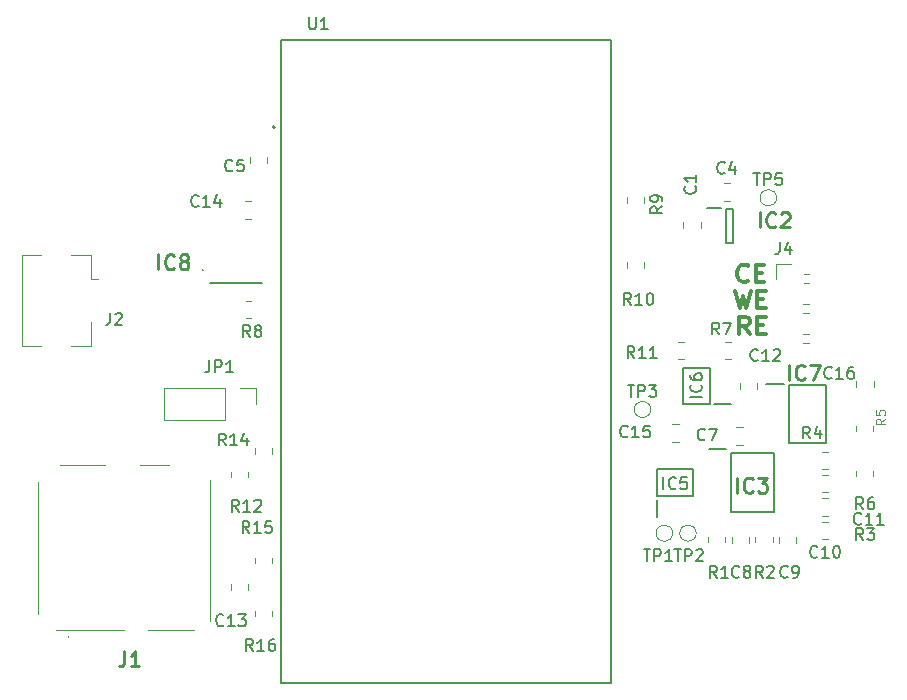
<source format=gbr>
%TF.GenerationSoftware,KiCad,Pcbnew,(7.0.0)*%
%TF.CreationDate,2023-06-14T15:09:39+02:00*%
%TF.ProjectId,PEE50_voltametrie,50454535-305f-4766-9f6c-74616d657472,rev?*%
%TF.SameCoordinates,Original*%
%TF.FileFunction,Legend,Top*%
%TF.FilePolarity,Positive*%
%FSLAX46Y46*%
G04 Gerber Fmt 4.6, Leading zero omitted, Abs format (unit mm)*
G04 Created by KiCad (PCBNEW (7.0.0)) date 2023-06-14 15:09:39*
%MOMM*%
%LPD*%
G01*
G04 APERTURE LIST*
%ADD10C,0.300000*%
%ADD11C,0.200000*%
%ADD12C,0.150000*%
%ADD13C,0.254000*%
%ADD14C,0.100000*%
%ADD15C,0.120000*%
%ADD16C,0.127000*%
G04 APERTURE END LIST*
D10*
X198414285Y-94373571D02*
X197914285Y-93659285D01*
X197557142Y-94373571D02*
X197557142Y-92873571D01*
X197557142Y-92873571D02*
X198128571Y-92873571D01*
X198128571Y-92873571D02*
X198271428Y-92945000D01*
X198271428Y-92945000D02*
X198342857Y-93016428D01*
X198342857Y-93016428D02*
X198414285Y-93159285D01*
X198414285Y-93159285D02*
X198414285Y-93373571D01*
X198414285Y-93373571D02*
X198342857Y-93516428D01*
X198342857Y-93516428D02*
X198271428Y-93587857D01*
X198271428Y-93587857D02*
X198128571Y-93659285D01*
X198128571Y-93659285D02*
X197557142Y-93659285D01*
X199057142Y-93587857D02*
X199557142Y-93587857D01*
X199771428Y-94373571D02*
X199057142Y-94373571D01*
X199057142Y-94373571D02*
X199057142Y-92873571D01*
X199057142Y-92873571D02*
X199771428Y-92873571D01*
X198314285Y-89812714D02*
X198242857Y-89884142D01*
X198242857Y-89884142D02*
X198028571Y-89955571D01*
X198028571Y-89955571D02*
X197885714Y-89955571D01*
X197885714Y-89955571D02*
X197671428Y-89884142D01*
X197671428Y-89884142D02*
X197528571Y-89741285D01*
X197528571Y-89741285D02*
X197457142Y-89598428D01*
X197457142Y-89598428D02*
X197385714Y-89312714D01*
X197385714Y-89312714D02*
X197385714Y-89098428D01*
X197385714Y-89098428D02*
X197457142Y-88812714D01*
X197457142Y-88812714D02*
X197528571Y-88669857D01*
X197528571Y-88669857D02*
X197671428Y-88527000D01*
X197671428Y-88527000D02*
X197885714Y-88455571D01*
X197885714Y-88455571D02*
X198028571Y-88455571D01*
X198028571Y-88455571D02*
X198242857Y-88527000D01*
X198242857Y-88527000D02*
X198314285Y-88598428D01*
X198957142Y-89169857D02*
X199457142Y-89169857D01*
X199671428Y-89955571D02*
X198957142Y-89955571D01*
X198957142Y-89955571D02*
X198957142Y-88455571D01*
X198957142Y-88455571D02*
X199671428Y-88455571D01*
X197214285Y-90673571D02*
X197571428Y-92173571D01*
X197571428Y-92173571D02*
X197857142Y-91102142D01*
X197857142Y-91102142D02*
X198142857Y-92173571D01*
X198142857Y-92173571D02*
X198500000Y-90673571D01*
X199071428Y-91387857D02*
X199571428Y-91387857D01*
X199785714Y-92173571D02*
X199071428Y-92173571D01*
X199071428Y-92173571D02*
X199071428Y-90673571D01*
X199071428Y-90673571D02*
X199785714Y-90673571D01*
D11*
%TO.C,IC6*%
X194367380Y-99676189D02*
X193367380Y-99676189D01*
X194272142Y-98628571D02*
X194319761Y-98676190D01*
X194319761Y-98676190D02*
X194367380Y-98819047D01*
X194367380Y-98819047D02*
X194367380Y-98914285D01*
X194367380Y-98914285D02*
X194319761Y-99057142D01*
X194319761Y-99057142D02*
X194224523Y-99152380D01*
X194224523Y-99152380D02*
X194129285Y-99199999D01*
X194129285Y-99199999D02*
X193938809Y-99247618D01*
X193938809Y-99247618D02*
X193795952Y-99247618D01*
X193795952Y-99247618D02*
X193605476Y-99199999D01*
X193605476Y-99199999D02*
X193510238Y-99152380D01*
X193510238Y-99152380D02*
X193415000Y-99057142D01*
X193415000Y-99057142D02*
X193367380Y-98914285D01*
X193367380Y-98914285D02*
X193367380Y-98819047D01*
X193367380Y-98819047D02*
X193415000Y-98676190D01*
X193415000Y-98676190D02*
X193462619Y-98628571D01*
X193367380Y-97771428D02*
X193367380Y-97961904D01*
X193367380Y-97961904D02*
X193415000Y-98057142D01*
X193415000Y-98057142D02*
X193462619Y-98104761D01*
X193462619Y-98104761D02*
X193605476Y-98199999D01*
X193605476Y-98199999D02*
X193795952Y-98247618D01*
X193795952Y-98247618D02*
X194176904Y-98247618D01*
X194176904Y-98247618D02*
X194272142Y-98199999D01*
X194272142Y-98199999D02*
X194319761Y-98152380D01*
X194319761Y-98152380D02*
X194367380Y-98057142D01*
X194367380Y-98057142D02*
X194367380Y-97866666D01*
X194367380Y-97866666D02*
X194319761Y-97771428D01*
X194319761Y-97771428D02*
X194272142Y-97723809D01*
X194272142Y-97723809D02*
X194176904Y-97676190D01*
X194176904Y-97676190D02*
X193938809Y-97676190D01*
X193938809Y-97676190D02*
X193843571Y-97723809D01*
X193843571Y-97723809D02*
X193795952Y-97771428D01*
X193795952Y-97771428D02*
X193748333Y-97866666D01*
X193748333Y-97866666D02*
X193748333Y-98057142D01*
X193748333Y-98057142D02*
X193795952Y-98152380D01*
X193795952Y-98152380D02*
X193843571Y-98199999D01*
X193843571Y-98199999D02*
X193938809Y-98247618D01*
D12*
%TO.C,C7*%
X194633333Y-103247142D02*
X194585714Y-103294761D01*
X194585714Y-103294761D02*
X194442857Y-103342380D01*
X194442857Y-103342380D02*
X194347619Y-103342380D01*
X194347619Y-103342380D02*
X194204762Y-103294761D01*
X194204762Y-103294761D02*
X194109524Y-103199523D01*
X194109524Y-103199523D02*
X194061905Y-103104285D01*
X194061905Y-103104285D02*
X194014286Y-102913809D01*
X194014286Y-102913809D02*
X194014286Y-102770952D01*
X194014286Y-102770952D02*
X194061905Y-102580476D01*
X194061905Y-102580476D02*
X194109524Y-102485238D01*
X194109524Y-102485238D02*
X194204762Y-102390000D01*
X194204762Y-102390000D02*
X194347619Y-102342380D01*
X194347619Y-102342380D02*
X194442857Y-102342380D01*
X194442857Y-102342380D02*
X194585714Y-102390000D01*
X194585714Y-102390000D02*
X194633333Y-102437619D01*
X194966667Y-102342380D02*
X195633333Y-102342380D01*
X195633333Y-102342380D02*
X195204762Y-103342380D01*
%TO.C,TP5*%
X198738095Y-80719380D02*
X199309523Y-80719380D01*
X199023809Y-81719380D02*
X199023809Y-80719380D01*
X199642857Y-81719380D02*
X199642857Y-80719380D01*
X199642857Y-80719380D02*
X200023809Y-80719380D01*
X200023809Y-80719380D02*
X200119047Y-80767000D01*
X200119047Y-80767000D02*
X200166666Y-80814619D01*
X200166666Y-80814619D02*
X200214285Y-80909857D01*
X200214285Y-80909857D02*
X200214285Y-81052714D01*
X200214285Y-81052714D02*
X200166666Y-81147952D01*
X200166666Y-81147952D02*
X200119047Y-81195571D01*
X200119047Y-81195571D02*
X200023809Y-81243190D01*
X200023809Y-81243190D02*
X199642857Y-81243190D01*
X201119047Y-80719380D02*
X200642857Y-80719380D01*
X200642857Y-80719380D02*
X200595238Y-81195571D01*
X200595238Y-81195571D02*
X200642857Y-81147952D01*
X200642857Y-81147952D02*
X200738095Y-81100333D01*
X200738095Y-81100333D02*
X200976190Y-81100333D01*
X200976190Y-81100333D02*
X201071428Y-81147952D01*
X201071428Y-81147952D02*
X201119047Y-81195571D01*
X201119047Y-81195571D02*
X201166666Y-81290809D01*
X201166666Y-81290809D02*
X201166666Y-81528904D01*
X201166666Y-81528904D02*
X201119047Y-81624142D01*
X201119047Y-81624142D02*
X201071428Y-81671761D01*
X201071428Y-81671761D02*
X200976190Y-81719380D01*
X200976190Y-81719380D02*
X200738095Y-81719380D01*
X200738095Y-81719380D02*
X200642857Y-81671761D01*
X200642857Y-81671761D02*
X200595238Y-81624142D01*
%TO.C,R10*%
X188357142Y-91867380D02*
X188023809Y-91391190D01*
X187785714Y-91867380D02*
X187785714Y-90867380D01*
X187785714Y-90867380D02*
X188166666Y-90867380D01*
X188166666Y-90867380D02*
X188261904Y-90915000D01*
X188261904Y-90915000D02*
X188309523Y-90962619D01*
X188309523Y-90962619D02*
X188357142Y-91057857D01*
X188357142Y-91057857D02*
X188357142Y-91200714D01*
X188357142Y-91200714D02*
X188309523Y-91295952D01*
X188309523Y-91295952D02*
X188261904Y-91343571D01*
X188261904Y-91343571D02*
X188166666Y-91391190D01*
X188166666Y-91391190D02*
X187785714Y-91391190D01*
X189309523Y-91867380D02*
X188738095Y-91867380D01*
X189023809Y-91867380D02*
X189023809Y-90867380D01*
X189023809Y-90867380D02*
X188928571Y-91010238D01*
X188928571Y-91010238D02*
X188833333Y-91105476D01*
X188833333Y-91105476D02*
X188738095Y-91153095D01*
X189928571Y-90867380D02*
X190023809Y-90867380D01*
X190023809Y-90867380D02*
X190119047Y-90915000D01*
X190119047Y-90915000D02*
X190166666Y-90962619D01*
X190166666Y-90962619D02*
X190214285Y-91057857D01*
X190214285Y-91057857D02*
X190261904Y-91248333D01*
X190261904Y-91248333D02*
X190261904Y-91486428D01*
X190261904Y-91486428D02*
X190214285Y-91676904D01*
X190214285Y-91676904D02*
X190166666Y-91772142D01*
X190166666Y-91772142D02*
X190119047Y-91819761D01*
X190119047Y-91819761D02*
X190023809Y-91867380D01*
X190023809Y-91867380D02*
X189928571Y-91867380D01*
X189928571Y-91867380D02*
X189833333Y-91819761D01*
X189833333Y-91819761D02*
X189785714Y-91772142D01*
X189785714Y-91772142D02*
X189738095Y-91676904D01*
X189738095Y-91676904D02*
X189690476Y-91486428D01*
X189690476Y-91486428D02*
X189690476Y-91248333D01*
X189690476Y-91248333D02*
X189738095Y-91057857D01*
X189738095Y-91057857D02*
X189785714Y-90962619D01*
X189785714Y-90962619D02*
X189833333Y-90915000D01*
X189833333Y-90915000D02*
X189928571Y-90867380D01*
%TO.C,R12*%
X155157142Y-109367380D02*
X154823809Y-108891190D01*
X154585714Y-109367380D02*
X154585714Y-108367380D01*
X154585714Y-108367380D02*
X154966666Y-108367380D01*
X154966666Y-108367380D02*
X155061904Y-108415000D01*
X155061904Y-108415000D02*
X155109523Y-108462619D01*
X155109523Y-108462619D02*
X155157142Y-108557857D01*
X155157142Y-108557857D02*
X155157142Y-108700714D01*
X155157142Y-108700714D02*
X155109523Y-108795952D01*
X155109523Y-108795952D02*
X155061904Y-108843571D01*
X155061904Y-108843571D02*
X154966666Y-108891190D01*
X154966666Y-108891190D02*
X154585714Y-108891190D01*
X156109523Y-109367380D02*
X155538095Y-109367380D01*
X155823809Y-109367380D02*
X155823809Y-108367380D01*
X155823809Y-108367380D02*
X155728571Y-108510238D01*
X155728571Y-108510238D02*
X155633333Y-108605476D01*
X155633333Y-108605476D02*
X155538095Y-108653095D01*
X156490476Y-108462619D02*
X156538095Y-108415000D01*
X156538095Y-108415000D02*
X156633333Y-108367380D01*
X156633333Y-108367380D02*
X156871428Y-108367380D01*
X156871428Y-108367380D02*
X156966666Y-108415000D01*
X156966666Y-108415000D02*
X157014285Y-108462619D01*
X157014285Y-108462619D02*
X157061904Y-108557857D01*
X157061904Y-108557857D02*
X157061904Y-108653095D01*
X157061904Y-108653095D02*
X157014285Y-108795952D01*
X157014285Y-108795952D02*
X156442857Y-109367380D01*
X156442857Y-109367380D02*
X157061904Y-109367380D01*
D13*
%TO.C,IC7*%
X201760237Y-98216573D02*
X201760237Y-96946573D01*
X203090714Y-98095621D02*
X203030238Y-98156097D01*
X203030238Y-98156097D02*
X202848809Y-98216573D01*
X202848809Y-98216573D02*
X202727857Y-98216573D01*
X202727857Y-98216573D02*
X202546428Y-98156097D01*
X202546428Y-98156097D02*
X202425476Y-98035145D01*
X202425476Y-98035145D02*
X202364999Y-97914192D01*
X202364999Y-97914192D02*
X202304523Y-97672288D01*
X202304523Y-97672288D02*
X202304523Y-97490859D01*
X202304523Y-97490859D02*
X202364999Y-97248954D01*
X202364999Y-97248954D02*
X202425476Y-97128002D01*
X202425476Y-97128002D02*
X202546428Y-97007050D01*
X202546428Y-97007050D02*
X202727857Y-96946573D01*
X202727857Y-96946573D02*
X202848809Y-96946573D01*
X202848809Y-96946573D02*
X203030238Y-97007050D01*
X203030238Y-97007050D02*
X203090714Y-97067526D01*
X203514047Y-96946573D02*
X204360714Y-96946573D01*
X204360714Y-96946573D02*
X203816428Y-98216573D01*
D12*
%TO.C,J4*%
X200966666Y-86567380D02*
X200966666Y-87281666D01*
X200966666Y-87281666D02*
X200919047Y-87424523D01*
X200919047Y-87424523D02*
X200823809Y-87519761D01*
X200823809Y-87519761D02*
X200680952Y-87567380D01*
X200680952Y-87567380D02*
X200585714Y-87567380D01*
X201871428Y-86900714D02*
X201871428Y-87567380D01*
X201633333Y-86519761D02*
X201395238Y-87234047D01*
X201395238Y-87234047D02*
X202014285Y-87234047D01*
%TO.C,R14*%
X154057142Y-103767380D02*
X153723809Y-103291190D01*
X153485714Y-103767380D02*
X153485714Y-102767380D01*
X153485714Y-102767380D02*
X153866666Y-102767380D01*
X153866666Y-102767380D02*
X153961904Y-102815000D01*
X153961904Y-102815000D02*
X154009523Y-102862619D01*
X154009523Y-102862619D02*
X154057142Y-102957857D01*
X154057142Y-102957857D02*
X154057142Y-103100714D01*
X154057142Y-103100714D02*
X154009523Y-103195952D01*
X154009523Y-103195952D02*
X153961904Y-103243571D01*
X153961904Y-103243571D02*
X153866666Y-103291190D01*
X153866666Y-103291190D02*
X153485714Y-103291190D01*
X155009523Y-103767380D02*
X154438095Y-103767380D01*
X154723809Y-103767380D02*
X154723809Y-102767380D01*
X154723809Y-102767380D02*
X154628571Y-102910238D01*
X154628571Y-102910238D02*
X154533333Y-103005476D01*
X154533333Y-103005476D02*
X154438095Y-103053095D01*
X155866666Y-103100714D02*
X155866666Y-103767380D01*
X155628571Y-102719761D02*
X155390476Y-103434047D01*
X155390476Y-103434047D02*
X156009523Y-103434047D01*
%TO.C,C8*%
X197533333Y-114872142D02*
X197485714Y-114919761D01*
X197485714Y-114919761D02*
X197342857Y-114967380D01*
X197342857Y-114967380D02*
X197247619Y-114967380D01*
X197247619Y-114967380D02*
X197104762Y-114919761D01*
X197104762Y-114919761D02*
X197009524Y-114824523D01*
X197009524Y-114824523D02*
X196961905Y-114729285D01*
X196961905Y-114729285D02*
X196914286Y-114538809D01*
X196914286Y-114538809D02*
X196914286Y-114395952D01*
X196914286Y-114395952D02*
X196961905Y-114205476D01*
X196961905Y-114205476D02*
X197009524Y-114110238D01*
X197009524Y-114110238D02*
X197104762Y-114015000D01*
X197104762Y-114015000D02*
X197247619Y-113967380D01*
X197247619Y-113967380D02*
X197342857Y-113967380D01*
X197342857Y-113967380D02*
X197485714Y-114015000D01*
X197485714Y-114015000D02*
X197533333Y-114062619D01*
X198104762Y-114395952D02*
X198009524Y-114348333D01*
X198009524Y-114348333D02*
X197961905Y-114300714D01*
X197961905Y-114300714D02*
X197914286Y-114205476D01*
X197914286Y-114205476D02*
X197914286Y-114157857D01*
X197914286Y-114157857D02*
X197961905Y-114062619D01*
X197961905Y-114062619D02*
X198009524Y-114015000D01*
X198009524Y-114015000D02*
X198104762Y-113967380D01*
X198104762Y-113967380D02*
X198295238Y-113967380D01*
X198295238Y-113967380D02*
X198390476Y-114015000D01*
X198390476Y-114015000D02*
X198438095Y-114062619D01*
X198438095Y-114062619D02*
X198485714Y-114157857D01*
X198485714Y-114157857D02*
X198485714Y-114205476D01*
X198485714Y-114205476D02*
X198438095Y-114300714D01*
X198438095Y-114300714D02*
X198390476Y-114348333D01*
X198390476Y-114348333D02*
X198295238Y-114395952D01*
X198295238Y-114395952D02*
X198104762Y-114395952D01*
X198104762Y-114395952D02*
X198009524Y-114443571D01*
X198009524Y-114443571D02*
X197961905Y-114491190D01*
X197961905Y-114491190D02*
X197914286Y-114586428D01*
X197914286Y-114586428D02*
X197914286Y-114776904D01*
X197914286Y-114776904D02*
X197961905Y-114872142D01*
X197961905Y-114872142D02*
X198009524Y-114919761D01*
X198009524Y-114919761D02*
X198104762Y-114967380D01*
X198104762Y-114967380D02*
X198295238Y-114967380D01*
X198295238Y-114967380D02*
X198390476Y-114919761D01*
X198390476Y-114919761D02*
X198438095Y-114872142D01*
X198438095Y-114872142D02*
X198485714Y-114776904D01*
X198485714Y-114776904D02*
X198485714Y-114586428D01*
X198485714Y-114586428D02*
X198438095Y-114491190D01*
X198438095Y-114491190D02*
X198390476Y-114443571D01*
X198390476Y-114443571D02*
X198295238Y-114395952D01*
%TO.C,R16*%
X156357142Y-121167380D02*
X156023809Y-120691190D01*
X155785714Y-121167380D02*
X155785714Y-120167380D01*
X155785714Y-120167380D02*
X156166666Y-120167380D01*
X156166666Y-120167380D02*
X156261904Y-120215000D01*
X156261904Y-120215000D02*
X156309523Y-120262619D01*
X156309523Y-120262619D02*
X156357142Y-120357857D01*
X156357142Y-120357857D02*
X156357142Y-120500714D01*
X156357142Y-120500714D02*
X156309523Y-120595952D01*
X156309523Y-120595952D02*
X156261904Y-120643571D01*
X156261904Y-120643571D02*
X156166666Y-120691190D01*
X156166666Y-120691190D02*
X155785714Y-120691190D01*
X157309523Y-121167380D02*
X156738095Y-121167380D01*
X157023809Y-121167380D02*
X157023809Y-120167380D01*
X157023809Y-120167380D02*
X156928571Y-120310238D01*
X156928571Y-120310238D02*
X156833333Y-120405476D01*
X156833333Y-120405476D02*
X156738095Y-120453095D01*
X158166666Y-120167380D02*
X157976190Y-120167380D01*
X157976190Y-120167380D02*
X157880952Y-120215000D01*
X157880952Y-120215000D02*
X157833333Y-120262619D01*
X157833333Y-120262619D02*
X157738095Y-120405476D01*
X157738095Y-120405476D02*
X157690476Y-120595952D01*
X157690476Y-120595952D02*
X157690476Y-120976904D01*
X157690476Y-120976904D02*
X157738095Y-121072142D01*
X157738095Y-121072142D02*
X157785714Y-121119761D01*
X157785714Y-121119761D02*
X157880952Y-121167380D01*
X157880952Y-121167380D02*
X158071428Y-121167380D01*
X158071428Y-121167380D02*
X158166666Y-121119761D01*
X158166666Y-121119761D02*
X158214285Y-121072142D01*
X158214285Y-121072142D02*
X158261904Y-120976904D01*
X158261904Y-120976904D02*
X158261904Y-120738809D01*
X158261904Y-120738809D02*
X158214285Y-120643571D01*
X158214285Y-120643571D02*
X158166666Y-120595952D01*
X158166666Y-120595952D02*
X158071428Y-120548333D01*
X158071428Y-120548333D02*
X157880952Y-120548333D01*
X157880952Y-120548333D02*
X157785714Y-120595952D01*
X157785714Y-120595952D02*
X157738095Y-120643571D01*
X157738095Y-120643571D02*
X157690476Y-120738809D01*
%TO.C,R8*%
X156133333Y-94567380D02*
X155800000Y-94091190D01*
X155561905Y-94567380D02*
X155561905Y-93567380D01*
X155561905Y-93567380D02*
X155942857Y-93567380D01*
X155942857Y-93567380D02*
X156038095Y-93615000D01*
X156038095Y-93615000D02*
X156085714Y-93662619D01*
X156085714Y-93662619D02*
X156133333Y-93757857D01*
X156133333Y-93757857D02*
X156133333Y-93900714D01*
X156133333Y-93900714D02*
X156085714Y-93995952D01*
X156085714Y-93995952D02*
X156038095Y-94043571D01*
X156038095Y-94043571D02*
X155942857Y-94091190D01*
X155942857Y-94091190D02*
X155561905Y-94091190D01*
X156704762Y-93995952D02*
X156609524Y-93948333D01*
X156609524Y-93948333D02*
X156561905Y-93900714D01*
X156561905Y-93900714D02*
X156514286Y-93805476D01*
X156514286Y-93805476D02*
X156514286Y-93757857D01*
X156514286Y-93757857D02*
X156561905Y-93662619D01*
X156561905Y-93662619D02*
X156609524Y-93615000D01*
X156609524Y-93615000D02*
X156704762Y-93567380D01*
X156704762Y-93567380D02*
X156895238Y-93567380D01*
X156895238Y-93567380D02*
X156990476Y-93615000D01*
X156990476Y-93615000D02*
X157038095Y-93662619D01*
X157038095Y-93662619D02*
X157085714Y-93757857D01*
X157085714Y-93757857D02*
X157085714Y-93805476D01*
X157085714Y-93805476D02*
X157038095Y-93900714D01*
X157038095Y-93900714D02*
X156990476Y-93948333D01*
X156990476Y-93948333D02*
X156895238Y-93995952D01*
X156895238Y-93995952D02*
X156704762Y-93995952D01*
X156704762Y-93995952D02*
X156609524Y-94043571D01*
X156609524Y-94043571D02*
X156561905Y-94091190D01*
X156561905Y-94091190D02*
X156514286Y-94186428D01*
X156514286Y-94186428D02*
X156514286Y-94376904D01*
X156514286Y-94376904D02*
X156561905Y-94472142D01*
X156561905Y-94472142D02*
X156609524Y-94519761D01*
X156609524Y-94519761D02*
X156704762Y-94567380D01*
X156704762Y-94567380D02*
X156895238Y-94567380D01*
X156895238Y-94567380D02*
X156990476Y-94519761D01*
X156990476Y-94519761D02*
X157038095Y-94472142D01*
X157038095Y-94472142D02*
X157085714Y-94376904D01*
X157085714Y-94376904D02*
X157085714Y-94186428D01*
X157085714Y-94186428D02*
X157038095Y-94091190D01*
X157038095Y-94091190D02*
X156990476Y-94043571D01*
X156990476Y-94043571D02*
X156895238Y-93995952D01*
%TO.C,C13*%
X153857142Y-118972142D02*
X153809523Y-119019761D01*
X153809523Y-119019761D02*
X153666666Y-119067380D01*
X153666666Y-119067380D02*
X153571428Y-119067380D01*
X153571428Y-119067380D02*
X153428571Y-119019761D01*
X153428571Y-119019761D02*
X153333333Y-118924523D01*
X153333333Y-118924523D02*
X153285714Y-118829285D01*
X153285714Y-118829285D02*
X153238095Y-118638809D01*
X153238095Y-118638809D02*
X153238095Y-118495952D01*
X153238095Y-118495952D02*
X153285714Y-118305476D01*
X153285714Y-118305476D02*
X153333333Y-118210238D01*
X153333333Y-118210238D02*
X153428571Y-118115000D01*
X153428571Y-118115000D02*
X153571428Y-118067380D01*
X153571428Y-118067380D02*
X153666666Y-118067380D01*
X153666666Y-118067380D02*
X153809523Y-118115000D01*
X153809523Y-118115000D02*
X153857142Y-118162619D01*
X154809523Y-119067380D02*
X154238095Y-119067380D01*
X154523809Y-119067380D02*
X154523809Y-118067380D01*
X154523809Y-118067380D02*
X154428571Y-118210238D01*
X154428571Y-118210238D02*
X154333333Y-118305476D01*
X154333333Y-118305476D02*
X154238095Y-118353095D01*
X155142857Y-118067380D02*
X155761904Y-118067380D01*
X155761904Y-118067380D02*
X155428571Y-118448333D01*
X155428571Y-118448333D02*
X155571428Y-118448333D01*
X155571428Y-118448333D02*
X155666666Y-118495952D01*
X155666666Y-118495952D02*
X155714285Y-118543571D01*
X155714285Y-118543571D02*
X155761904Y-118638809D01*
X155761904Y-118638809D02*
X155761904Y-118876904D01*
X155761904Y-118876904D02*
X155714285Y-118972142D01*
X155714285Y-118972142D02*
X155666666Y-119019761D01*
X155666666Y-119019761D02*
X155571428Y-119067380D01*
X155571428Y-119067380D02*
X155285714Y-119067380D01*
X155285714Y-119067380D02*
X155190476Y-119019761D01*
X155190476Y-119019761D02*
X155142857Y-118972142D01*
D11*
%TO.C,IC5*%
X191123810Y-107467380D02*
X191123810Y-106467380D01*
X192171428Y-107372142D02*
X192123809Y-107419761D01*
X192123809Y-107419761D02*
X191980952Y-107467380D01*
X191980952Y-107467380D02*
X191885714Y-107467380D01*
X191885714Y-107467380D02*
X191742857Y-107419761D01*
X191742857Y-107419761D02*
X191647619Y-107324523D01*
X191647619Y-107324523D02*
X191600000Y-107229285D01*
X191600000Y-107229285D02*
X191552381Y-107038809D01*
X191552381Y-107038809D02*
X191552381Y-106895952D01*
X191552381Y-106895952D02*
X191600000Y-106705476D01*
X191600000Y-106705476D02*
X191647619Y-106610238D01*
X191647619Y-106610238D02*
X191742857Y-106515000D01*
X191742857Y-106515000D02*
X191885714Y-106467380D01*
X191885714Y-106467380D02*
X191980952Y-106467380D01*
X191980952Y-106467380D02*
X192123809Y-106515000D01*
X192123809Y-106515000D02*
X192171428Y-106562619D01*
X193076190Y-106467380D02*
X192600000Y-106467380D01*
X192600000Y-106467380D02*
X192552381Y-106943571D01*
X192552381Y-106943571D02*
X192600000Y-106895952D01*
X192600000Y-106895952D02*
X192695238Y-106848333D01*
X192695238Y-106848333D02*
X192933333Y-106848333D01*
X192933333Y-106848333D02*
X193028571Y-106895952D01*
X193028571Y-106895952D02*
X193076190Y-106943571D01*
X193076190Y-106943571D02*
X193123809Y-107038809D01*
X193123809Y-107038809D02*
X193123809Y-107276904D01*
X193123809Y-107276904D02*
X193076190Y-107372142D01*
X193076190Y-107372142D02*
X193028571Y-107419761D01*
X193028571Y-107419761D02*
X192933333Y-107467380D01*
X192933333Y-107467380D02*
X192695238Y-107467380D01*
X192695238Y-107467380D02*
X192600000Y-107419761D01*
X192600000Y-107419761D02*
X192552381Y-107372142D01*
D12*
%TO.C,C15*%
X188087142Y-102997142D02*
X188039523Y-103044761D01*
X188039523Y-103044761D02*
X187896666Y-103092380D01*
X187896666Y-103092380D02*
X187801428Y-103092380D01*
X187801428Y-103092380D02*
X187658571Y-103044761D01*
X187658571Y-103044761D02*
X187563333Y-102949523D01*
X187563333Y-102949523D02*
X187515714Y-102854285D01*
X187515714Y-102854285D02*
X187468095Y-102663809D01*
X187468095Y-102663809D02*
X187468095Y-102520952D01*
X187468095Y-102520952D02*
X187515714Y-102330476D01*
X187515714Y-102330476D02*
X187563333Y-102235238D01*
X187563333Y-102235238D02*
X187658571Y-102140000D01*
X187658571Y-102140000D02*
X187801428Y-102092380D01*
X187801428Y-102092380D02*
X187896666Y-102092380D01*
X187896666Y-102092380D02*
X188039523Y-102140000D01*
X188039523Y-102140000D02*
X188087142Y-102187619D01*
X189039523Y-103092380D02*
X188468095Y-103092380D01*
X188753809Y-103092380D02*
X188753809Y-102092380D01*
X188753809Y-102092380D02*
X188658571Y-102235238D01*
X188658571Y-102235238D02*
X188563333Y-102330476D01*
X188563333Y-102330476D02*
X188468095Y-102378095D01*
X189944285Y-102092380D02*
X189468095Y-102092380D01*
X189468095Y-102092380D02*
X189420476Y-102568571D01*
X189420476Y-102568571D02*
X189468095Y-102520952D01*
X189468095Y-102520952D02*
X189563333Y-102473333D01*
X189563333Y-102473333D02*
X189801428Y-102473333D01*
X189801428Y-102473333D02*
X189896666Y-102520952D01*
X189896666Y-102520952D02*
X189944285Y-102568571D01*
X189944285Y-102568571D02*
X189991904Y-102663809D01*
X189991904Y-102663809D02*
X189991904Y-102901904D01*
X189991904Y-102901904D02*
X189944285Y-102997142D01*
X189944285Y-102997142D02*
X189896666Y-103044761D01*
X189896666Y-103044761D02*
X189801428Y-103092380D01*
X189801428Y-103092380D02*
X189563333Y-103092380D01*
X189563333Y-103092380D02*
X189468095Y-103044761D01*
X189468095Y-103044761D02*
X189420476Y-102997142D01*
%TO.C,TP3*%
X188088095Y-98644380D02*
X188659523Y-98644380D01*
X188373809Y-99644380D02*
X188373809Y-98644380D01*
X188992857Y-99644380D02*
X188992857Y-98644380D01*
X188992857Y-98644380D02*
X189373809Y-98644380D01*
X189373809Y-98644380D02*
X189469047Y-98692000D01*
X189469047Y-98692000D02*
X189516666Y-98739619D01*
X189516666Y-98739619D02*
X189564285Y-98834857D01*
X189564285Y-98834857D02*
X189564285Y-98977714D01*
X189564285Y-98977714D02*
X189516666Y-99072952D01*
X189516666Y-99072952D02*
X189469047Y-99120571D01*
X189469047Y-99120571D02*
X189373809Y-99168190D01*
X189373809Y-99168190D02*
X188992857Y-99168190D01*
X189897619Y-98644380D02*
X190516666Y-98644380D01*
X190516666Y-98644380D02*
X190183333Y-99025333D01*
X190183333Y-99025333D02*
X190326190Y-99025333D01*
X190326190Y-99025333D02*
X190421428Y-99072952D01*
X190421428Y-99072952D02*
X190469047Y-99120571D01*
X190469047Y-99120571D02*
X190516666Y-99215809D01*
X190516666Y-99215809D02*
X190516666Y-99453904D01*
X190516666Y-99453904D02*
X190469047Y-99549142D01*
X190469047Y-99549142D02*
X190421428Y-99596761D01*
X190421428Y-99596761D02*
X190326190Y-99644380D01*
X190326190Y-99644380D02*
X190040476Y-99644380D01*
X190040476Y-99644380D02*
X189945238Y-99596761D01*
X189945238Y-99596761D02*
X189897619Y-99549142D01*
%TO.C,R4*%
X203533333Y-103167380D02*
X203200000Y-102691190D01*
X202961905Y-103167380D02*
X202961905Y-102167380D01*
X202961905Y-102167380D02*
X203342857Y-102167380D01*
X203342857Y-102167380D02*
X203438095Y-102215000D01*
X203438095Y-102215000D02*
X203485714Y-102262619D01*
X203485714Y-102262619D02*
X203533333Y-102357857D01*
X203533333Y-102357857D02*
X203533333Y-102500714D01*
X203533333Y-102500714D02*
X203485714Y-102595952D01*
X203485714Y-102595952D02*
X203438095Y-102643571D01*
X203438095Y-102643571D02*
X203342857Y-102691190D01*
X203342857Y-102691190D02*
X202961905Y-102691190D01*
X204390476Y-102500714D02*
X204390476Y-103167380D01*
X204152381Y-102119761D02*
X203914286Y-102834047D01*
X203914286Y-102834047D02*
X204533333Y-102834047D01*
%TO.C,C10*%
X204157142Y-113172142D02*
X204109523Y-113219761D01*
X204109523Y-113219761D02*
X203966666Y-113267380D01*
X203966666Y-113267380D02*
X203871428Y-113267380D01*
X203871428Y-113267380D02*
X203728571Y-113219761D01*
X203728571Y-113219761D02*
X203633333Y-113124523D01*
X203633333Y-113124523D02*
X203585714Y-113029285D01*
X203585714Y-113029285D02*
X203538095Y-112838809D01*
X203538095Y-112838809D02*
X203538095Y-112695952D01*
X203538095Y-112695952D02*
X203585714Y-112505476D01*
X203585714Y-112505476D02*
X203633333Y-112410238D01*
X203633333Y-112410238D02*
X203728571Y-112315000D01*
X203728571Y-112315000D02*
X203871428Y-112267380D01*
X203871428Y-112267380D02*
X203966666Y-112267380D01*
X203966666Y-112267380D02*
X204109523Y-112315000D01*
X204109523Y-112315000D02*
X204157142Y-112362619D01*
X205109523Y-113267380D02*
X204538095Y-113267380D01*
X204823809Y-113267380D02*
X204823809Y-112267380D01*
X204823809Y-112267380D02*
X204728571Y-112410238D01*
X204728571Y-112410238D02*
X204633333Y-112505476D01*
X204633333Y-112505476D02*
X204538095Y-112553095D01*
X205728571Y-112267380D02*
X205823809Y-112267380D01*
X205823809Y-112267380D02*
X205919047Y-112315000D01*
X205919047Y-112315000D02*
X205966666Y-112362619D01*
X205966666Y-112362619D02*
X206014285Y-112457857D01*
X206014285Y-112457857D02*
X206061904Y-112648333D01*
X206061904Y-112648333D02*
X206061904Y-112886428D01*
X206061904Y-112886428D02*
X206014285Y-113076904D01*
X206014285Y-113076904D02*
X205966666Y-113172142D01*
X205966666Y-113172142D02*
X205919047Y-113219761D01*
X205919047Y-113219761D02*
X205823809Y-113267380D01*
X205823809Y-113267380D02*
X205728571Y-113267380D01*
X205728571Y-113267380D02*
X205633333Y-113219761D01*
X205633333Y-113219761D02*
X205585714Y-113172142D01*
X205585714Y-113172142D02*
X205538095Y-113076904D01*
X205538095Y-113076904D02*
X205490476Y-112886428D01*
X205490476Y-112886428D02*
X205490476Y-112648333D01*
X205490476Y-112648333D02*
X205538095Y-112457857D01*
X205538095Y-112457857D02*
X205585714Y-112362619D01*
X205585714Y-112362619D02*
X205633333Y-112315000D01*
X205633333Y-112315000D02*
X205728571Y-112267380D01*
%TO.C,R3*%
X208033333Y-111767380D02*
X207700000Y-111291190D01*
X207461905Y-111767380D02*
X207461905Y-110767380D01*
X207461905Y-110767380D02*
X207842857Y-110767380D01*
X207842857Y-110767380D02*
X207938095Y-110815000D01*
X207938095Y-110815000D02*
X207985714Y-110862619D01*
X207985714Y-110862619D02*
X208033333Y-110957857D01*
X208033333Y-110957857D02*
X208033333Y-111100714D01*
X208033333Y-111100714D02*
X207985714Y-111195952D01*
X207985714Y-111195952D02*
X207938095Y-111243571D01*
X207938095Y-111243571D02*
X207842857Y-111291190D01*
X207842857Y-111291190D02*
X207461905Y-111291190D01*
X208366667Y-110767380D02*
X208985714Y-110767380D01*
X208985714Y-110767380D02*
X208652381Y-111148333D01*
X208652381Y-111148333D02*
X208795238Y-111148333D01*
X208795238Y-111148333D02*
X208890476Y-111195952D01*
X208890476Y-111195952D02*
X208938095Y-111243571D01*
X208938095Y-111243571D02*
X208985714Y-111338809D01*
X208985714Y-111338809D02*
X208985714Y-111576904D01*
X208985714Y-111576904D02*
X208938095Y-111672142D01*
X208938095Y-111672142D02*
X208890476Y-111719761D01*
X208890476Y-111719761D02*
X208795238Y-111767380D01*
X208795238Y-111767380D02*
X208509524Y-111767380D01*
X208509524Y-111767380D02*
X208414286Y-111719761D01*
X208414286Y-111719761D02*
X208366667Y-111672142D01*
%TO.C,C4*%
X196301833Y-80667142D02*
X196254214Y-80714761D01*
X196254214Y-80714761D02*
X196111357Y-80762380D01*
X196111357Y-80762380D02*
X196016119Y-80762380D01*
X196016119Y-80762380D02*
X195873262Y-80714761D01*
X195873262Y-80714761D02*
X195778024Y-80619523D01*
X195778024Y-80619523D02*
X195730405Y-80524285D01*
X195730405Y-80524285D02*
X195682786Y-80333809D01*
X195682786Y-80333809D02*
X195682786Y-80190952D01*
X195682786Y-80190952D02*
X195730405Y-80000476D01*
X195730405Y-80000476D02*
X195778024Y-79905238D01*
X195778024Y-79905238D02*
X195873262Y-79810000D01*
X195873262Y-79810000D02*
X196016119Y-79762380D01*
X196016119Y-79762380D02*
X196111357Y-79762380D01*
X196111357Y-79762380D02*
X196254214Y-79810000D01*
X196254214Y-79810000D02*
X196301833Y-79857619D01*
X197158976Y-80095714D02*
X197158976Y-80762380D01*
X196920881Y-79714761D02*
X196682786Y-80429047D01*
X196682786Y-80429047D02*
X197301833Y-80429047D01*
%TO.C,JP1*%
X152678666Y-96569380D02*
X152678666Y-97283666D01*
X152678666Y-97283666D02*
X152631047Y-97426523D01*
X152631047Y-97426523D02*
X152535809Y-97521761D01*
X152535809Y-97521761D02*
X152392952Y-97569380D01*
X152392952Y-97569380D02*
X152297714Y-97569380D01*
X153154857Y-97569380D02*
X153154857Y-96569380D01*
X153154857Y-96569380D02*
X153535809Y-96569380D01*
X153535809Y-96569380D02*
X153631047Y-96617000D01*
X153631047Y-96617000D02*
X153678666Y-96664619D01*
X153678666Y-96664619D02*
X153726285Y-96759857D01*
X153726285Y-96759857D02*
X153726285Y-96902714D01*
X153726285Y-96902714D02*
X153678666Y-96997952D01*
X153678666Y-96997952D02*
X153631047Y-97045571D01*
X153631047Y-97045571D02*
X153535809Y-97093190D01*
X153535809Y-97093190D02*
X153154857Y-97093190D01*
X154678666Y-97569380D02*
X154107238Y-97569380D01*
X154392952Y-97569380D02*
X154392952Y-96569380D01*
X154392952Y-96569380D02*
X154297714Y-96712238D01*
X154297714Y-96712238D02*
X154202476Y-96807476D01*
X154202476Y-96807476D02*
X154107238Y-96855095D01*
D14*
%TO.C,R5*%
X209893904Y-101533332D02*
X209512952Y-101799999D01*
X209893904Y-101990475D02*
X209093904Y-101990475D01*
X209093904Y-101990475D02*
X209093904Y-101685713D01*
X209093904Y-101685713D02*
X209132000Y-101609523D01*
X209132000Y-101609523D02*
X209170095Y-101571428D01*
X209170095Y-101571428D02*
X209246285Y-101533332D01*
X209246285Y-101533332D02*
X209360571Y-101533332D01*
X209360571Y-101533332D02*
X209436761Y-101571428D01*
X209436761Y-101571428D02*
X209474857Y-101609523D01*
X209474857Y-101609523D02*
X209512952Y-101685713D01*
X209512952Y-101685713D02*
X209512952Y-101990475D01*
X209093904Y-100809523D02*
X209093904Y-101190475D01*
X209093904Y-101190475D02*
X209474857Y-101228571D01*
X209474857Y-101228571D02*
X209436761Y-101190475D01*
X209436761Y-101190475D02*
X209398666Y-101114285D01*
X209398666Y-101114285D02*
X209398666Y-100923809D01*
X209398666Y-100923809D02*
X209436761Y-100847618D01*
X209436761Y-100847618D02*
X209474857Y-100809523D01*
X209474857Y-100809523D02*
X209551047Y-100771428D01*
X209551047Y-100771428D02*
X209741523Y-100771428D01*
X209741523Y-100771428D02*
X209817714Y-100809523D01*
X209817714Y-100809523D02*
X209855809Y-100847618D01*
X209855809Y-100847618D02*
X209893904Y-100923809D01*
X209893904Y-100923809D02*
X209893904Y-101114285D01*
X209893904Y-101114285D02*
X209855809Y-101190475D01*
X209855809Y-101190475D02*
X209817714Y-101228571D01*
D12*
%TO.C,TP2*%
X192038095Y-112567380D02*
X192609523Y-112567380D01*
X192323809Y-113567380D02*
X192323809Y-112567380D01*
X192942857Y-113567380D02*
X192942857Y-112567380D01*
X192942857Y-112567380D02*
X193323809Y-112567380D01*
X193323809Y-112567380D02*
X193419047Y-112615000D01*
X193419047Y-112615000D02*
X193466666Y-112662619D01*
X193466666Y-112662619D02*
X193514285Y-112757857D01*
X193514285Y-112757857D02*
X193514285Y-112900714D01*
X193514285Y-112900714D02*
X193466666Y-112995952D01*
X193466666Y-112995952D02*
X193419047Y-113043571D01*
X193419047Y-113043571D02*
X193323809Y-113091190D01*
X193323809Y-113091190D02*
X192942857Y-113091190D01*
X193895238Y-112662619D02*
X193942857Y-112615000D01*
X193942857Y-112615000D02*
X194038095Y-112567380D01*
X194038095Y-112567380D02*
X194276190Y-112567380D01*
X194276190Y-112567380D02*
X194371428Y-112615000D01*
X194371428Y-112615000D02*
X194419047Y-112662619D01*
X194419047Y-112662619D02*
X194466666Y-112757857D01*
X194466666Y-112757857D02*
X194466666Y-112853095D01*
X194466666Y-112853095D02*
X194419047Y-112995952D01*
X194419047Y-112995952D02*
X193847619Y-113567380D01*
X193847619Y-113567380D02*
X194466666Y-113567380D01*
D13*
%TO.C,J1*%
X145476667Y-121196573D02*
X145476667Y-122103716D01*
X145476667Y-122103716D02*
X145416190Y-122285145D01*
X145416190Y-122285145D02*
X145295238Y-122406097D01*
X145295238Y-122406097D02*
X145113809Y-122466573D01*
X145113809Y-122466573D02*
X144992857Y-122466573D01*
X146746667Y-122466573D02*
X146020952Y-122466573D01*
X146383809Y-122466573D02*
X146383809Y-121196573D01*
X146383809Y-121196573D02*
X146262857Y-121378002D01*
X146262857Y-121378002D02*
X146141905Y-121498954D01*
X146141905Y-121498954D02*
X146020952Y-121559430D01*
D12*
%TO.C,U1*%
X161128626Y-67516092D02*
X161128626Y-68325928D01*
X161128626Y-68325928D02*
X161176263Y-68421203D01*
X161176263Y-68421203D02*
X161223901Y-68468841D01*
X161223901Y-68468841D02*
X161319175Y-68516478D01*
X161319175Y-68516478D02*
X161509725Y-68516478D01*
X161509725Y-68516478D02*
X161605000Y-68468841D01*
X161605000Y-68468841D02*
X161652637Y-68421203D01*
X161652637Y-68421203D02*
X161700275Y-68325928D01*
X161700275Y-68325928D02*
X161700275Y-67516092D01*
X162700660Y-68516478D02*
X162129011Y-68516478D01*
X162414836Y-68516478D02*
X162414836Y-67516092D01*
X162414836Y-67516092D02*
X162319561Y-67659004D01*
X162319561Y-67659004D02*
X162224286Y-67754279D01*
X162224286Y-67754279D02*
X162129011Y-67801917D01*
%TO.C,TP1*%
X189438095Y-112567380D02*
X190009523Y-112567380D01*
X189723809Y-113567380D02*
X189723809Y-112567380D01*
X190342857Y-113567380D02*
X190342857Y-112567380D01*
X190342857Y-112567380D02*
X190723809Y-112567380D01*
X190723809Y-112567380D02*
X190819047Y-112615000D01*
X190819047Y-112615000D02*
X190866666Y-112662619D01*
X190866666Y-112662619D02*
X190914285Y-112757857D01*
X190914285Y-112757857D02*
X190914285Y-112900714D01*
X190914285Y-112900714D02*
X190866666Y-112995952D01*
X190866666Y-112995952D02*
X190819047Y-113043571D01*
X190819047Y-113043571D02*
X190723809Y-113091190D01*
X190723809Y-113091190D02*
X190342857Y-113091190D01*
X191866666Y-113567380D02*
X191295238Y-113567380D01*
X191580952Y-113567380D02*
X191580952Y-112567380D01*
X191580952Y-112567380D02*
X191485714Y-112710238D01*
X191485714Y-112710238D02*
X191390476Y-112805476D01*
X191390476Y-112805476D02*
X191295238Y-112853095D01*
%TO.C,R6*%
X208033333Y-109167380D02*
X207700000Y-108691190D01*
X207461905Y-109167380D02*
X207461905Y-108167380D01*
X207461905Y-108167380D02*
X207842857Y-108167380D01*
X207842857Y-108167380D02*
X207938095Y-108215000D01*
X207938095Y-108215000D02*
X207985714Y-108262619D01*
X207985714Y-108262619D02*
X208033333Y-108357857D01*
X208033333Y-108357857D02*
X208033333Y-108500714D01*
X208033333Y-108500714D02*
X207985714Y-108595952D01*
X207985714Y-108595952D02*
X207938095Y-108643571D01*
X207938095Y-108643571D02*
X207842857Y-108691190D01*
X207842857Y-108691190D02*
X207461905Y-108691190D01*
X208890476Y-108167380D02*
X208700000Y-108167380D01*
X208700000Y-108167380D02*
X208604762Y-108215000D01*
X208604762Y-108215000D02*
X208557143Y-108262619D01*
X208557143Y-108262619D02*
X208461905Y-108405476D01*
X208461905Y-108405476D02*
X208414286Y-108595952D01*
X208414286Y-108595952D02*
X208414286Y-108976904D01*
X208414286Y-108976904D02*
X208461905Y-109072142D01*
X208461905Y-109072142D02*
X208509524Y-109119761D01*
X208509524Y-109119761D02*
X208604762Y-109167380D01*
X208604762Y-109167380D02*
X208795238Y-109167380D01*
X208795238Y-109167380D02*
X208890476Y-109119761D01*
X208890476Y-109119761D02*
X208938095Y-109072142D01*
X208938095Y-109072142D02*
X208985714Y-108976904D01*
X208985714Y-108976904D02*
X208985714Y-108738809D01*
X208985714Y-108738809D02*
X208938095Y-108643571D01*
X208938095Y-108643571D02*
X208890476Y-108595952D01*
X208890476Y-108595952D02*
X208795238Y-108548333D01*
X208795238Y-108548333D02*
X208604762Y-108548333D01*
X208604762Y-108548333D02*
X208509524Y-108595952D01*
X208509524Y-108595952D02*
X208461905Y-108643571D01*
X208461905Y-108643571D02*
X208414286Y-108738809D01*
D13*
%TO.C,IC3*%
X197360237Y-107766573D02*
X197360237Y-106496573D01*
X198690714Y-107645621D02*
X198630238Y-107706097D01*
X198630238Y-107706097D02*
X198448809Y-107766573D01*
X198448809Y-107766573D02*
X198327857Y-107766573D01*
X198327857Y-107766573D02*
X198146428Y-107706097D01*
X198146428Y-107706097D02*
X198025476Y-107585145D01*
X198025476Y-107585145D02*
X197964999Y-107464192D01*
X197964999Y-107464192D02*
X197904523Y-107222288D01*
X197904523Y-107222288D02*
X197904523Y-107040859D01*
X197904523Y-107040859D02*
X197964999Y-106798954D01*
X197964999Y-106798954D02*
X198025476Y-106678002D01*
X198025476Y-106678002D02*
X198146428Y-106557050D01*
X198146428Y-106557050D02*
X198327857Y-106496573D01*
X198327857Y-106496573D02*
X198448809Y-106496573D01*
X198448809Y-106496573D02*
X198630238Y-106557050D01*
X198630238Y-106557050D02*
X198690714Y-106617526D01*
X199114047Y-106496573D02*
X199900238Y-106496573D01*
X199900238Y-106496573D02*
X199476904Y-106980383D01*
X199476904Y-106980383D02*
X199658333Y-106980383D01*
X199658333Y-106980383D02*
X199779285Y-107040859D01*
X199779285Y-107040859D02*
X199839761Y-107101335D01*
X199839761Y-107101335D02*
X199900238Y-107222288D01*
X199900238Y-107222288D02*
X199900238Y-107524669D01*
X199900238Y-107524669D02*
X199839761Y-107645621D01*
X199839761Y-107645621D02*
X199779285Y-107706097D01*
X199779285Y-107706097D02*
X199658333Y-107766573D01*
X199658333Y-107766573D02*
X199295476Y-107766573D01*
X199295476Y-107766573D02*
X199174523Y-107706097D01*
X199174523Y-107706097D02*
X199114047Y-107645621D01*
D12*
%TO.C,R11*%
X188657142Y-96367380D02*
X188323809Y-95891190D01*
X188085714Y-96367380D02*
X188085714Y-95367380D01*
X188085714Y-95367380D02*
X188466666Y-95367380D01*
X188466666Y-95367380D02*
X188561904Y-95415000D01*
X188561904Y-95415000D02*
X188609523Y-95462619D01*
X188609523Y-95462619D02*
X188657142Y-95557857D01*
X188657142Y-95557857D02*
X188657142Y-95700714D01*
X188657142Y-95700714D02*
X188609523Y-95795952D01*
X188609523Y-95795952D02*
X188561904Y-95843571D01*
X188561904Y-95843571D02*
X188466666Y-95891190D01*
X188466666Y-95891190D02*
X188085714Y-95891190D01*
X189609523Y-96367380D02*
X189038095Y-96367380D01*
X189323809Y-96367380D02*
X189323809Y-95367380D01*
X189323809Y-95367380D02*
X189228571Y-95510238D01*
X189228571Y-95510238D02*
X189133333Y-95605476D01*
X189133333Y-95605476D02*
X189038095Y-95653095D01*
X190561904Y-96367380D02*
X189990476Y-96367380D01*
X190276190Y-96367380D02*
X190276190Y-95367380D01*
X190276190Y-95367380D02*
X190180952Y-95510238D01*
X190180952Y-95510238D02*
X190085714Y-95605476D01*
X190085714Y-95605476D02*
X189990476Y-95653095D01*
%TO.C,R1*%
X195633333Y-114967380D02*
X195300000Y-114491190D01*
X195061905Y-114967380D02*
X195061905Y-113967380D01*
X195061905Y-113967380D02*
X195442857Y-113967380D01*
X195442857Y-113967380D02*
X195538095Y-114015000D01*
X195538095Y-114015000D02*
X195585714Y-114062619D01*
X195585714Y-114062619D02*
X195633333Y-114157857D01*
X195633333Y-114157857D02*
X195633333Y-114300714D01*
X195633333Y-114300714D02*
X195585714Y-114395952D01*
X195585714Y-114395952D02*
X195538095Y-114443571D01*
X195538095Y-114443571D02*
X195442857Y-114491190D01*
X195442857Y-114491190D02*
X195061905Y-114491190D01*
X196585714Y-114967380D02*
X196014286Y-114967380D01*
X196300000Y-114967380D02*
X196300000Y-113967380D01*
X196300000Y-113967380D02*
X196204762Y-114110238D01*
X196204762Y-114110238D02*
X196109524Y-114205476D01*
X196109524Y-114205476D02*
X196014286Y-114253095D01*
%TO.C,R15*%
X156057142Y-111167380D02*
X155723809Y-110691190D01*
X155485714Y-111167380D02*
X155485714Y-110167380D01*
X155485714Y-110167380D02*
X155866666Y-110167380D01*
X155866666Y-110167380D02*
X155961904Y-110215000D01*
X155961904Y-110215000D02*
X156009523Y-110262619D01*
X156009523Y-110262619D02*
X156057142Y-110357857D01*
X156057142Y-110357857D02*
X156057142Y-110500714D01*
X156057142Y-110500714D02*
X156009523Y-110595952D01*
X156009523Y-110595952D02*
X155961904Y-110643571D01*
X155961904Y-110643571D02*
X155866666Y-110691190D01*
X155866666Y-110691190D02*
X155485714Y-110691190D01*
X157009523Y-111167380D02*
X156438095Y-111167380D01*
X156723809Y-111167380D02*
X156723809Y-110167380D01*
X156723809Y-110167380D02*
X156628571Y-110310238D01*
X156628571Y-110310238D02*
X156533333Y-110405476D01*
X156533333Y-110405476D02*
X156438095Y-110453095D01*
X157914285Y-110167380D02*
X157438095Y-110167380D01*
X157438095Y-110167380D02*
X157390476Y-110643571D01*
X157390476Y-110643571D02*
X157438095Y-110595952D01*
X157438095Y-110595952D02*
X157533333Y-110548333D01*
X157533333Y-110548333D02*
X157771428Y-110548333D01*
X157771428Y-110548333D02*
X157866666Y-110595952D01*
X157866666Y-110595952D02*
X157914285Y-110643571D01*
X157914285Y-110643571D02*
X157961904Y-110738809D01*
X157961904Y-110738809D02*
X157961904Y-110976904D01*
X157961904Y-110976904D02*
X157914285Y-111072142D01*
X157914285Y-111072142D02*
X157866666Y-111119761D01*
X157866666Y-111119761D02*
X157771428Y-111167380D01*
X157771428Y-111167380D02*
X157533333Y-111167380D01*
X157533333Y-111167380D02*
X157438095Y-111119761D01*
X157438095Y-111119761D02*
X157390476Y-111072142D01*
D13*
%TO.C,IC2*%
X199271237Y-85306573D02*
X199271237Y-84036573D01*
X200601714Y-85185621D02*
X200541238Y-85246097D01*
X200541238Y-85246097D02*
X200359809Y-85306573D01*
X200359809Y-85306573D02*
X200238857Y-85306573D01*
X200238857Y-85306573D02*
X200057428Y-85246097D01*
X200057428Y-85246097D02*
X199936476Y-85125145D01*
X199936476Y-85125145D02*
X199875999Y-85004192D01*
X199875999Y-85004192D02*
X199815523Y-84762288D01*
X199815523Y-84762288D02*
X199815523Y-84580859D01*
X199815523Y-84580859D02*
X199875999Y-84338954D01*
X199875999Y-84338954D02*
X199936476Y-84218002D01*
X199936476Y-84218002D02*
X200057428Y-84097050D01*
X200057428Y-84097050D02*
X200238857Y-84036573D01*
X200238857Y-84036573D02*
X200359809Y-84036573D01*
X200359809Y-84036573D02*
X200541238Y-84097050D01*
X200541238Y-84097050D02*
X200601714Y-84157526D01*
X201085523Y-84157526D02*
X201145999Y-84097050D01*
X201145999Y-84097050D02*
X201266952Y-84036573D01*
X201266952Y-84036573D02*
X201569333Y-84036573D01*
X201569333Y-84036573D02*
X201690285Y-84097050D01*
X201690285Y-84097050D02*
X201750761Y-84157526D01*
X201750761Y-84157526D02*
X201811238Y-84278478D01*
X201811238Y-84278478D02*
X201811238Y-84399430D01*
X201811238Y-84399430D02*
X201750761Y-84580859D01*
X201750761Y-84580859D02*
X201025047Y-85306573D01*
X201025047Y-85306573D02*
X201811238Y-85306573D01*
D12*
%TO.C,R9*%
X191022380Y-83531666D02*
X190546190Y-83864999D01*
X191022380Y-84103094D02*
X190022380Y-84103094D01*
X190022380Y-84103094D02*
X190022380Y-83722142D01*
X190022380Y-83722142D02*
X190070000Y-83626904D01*
X190070000Y-83626904D02*
X190117619Y-83579285D01*
X190117619Y-83579285D02*
X190212857Y-83531666D01*
X190212857Y-83531666D02*
X190355714Y-83531666D01*
X190355714Y-83531666D02*
X190450952Y-83579285D01*
X190450952Y-83579285D02*
X190498571Y-83626904D01*
X190498571Y-83626904D02*
X190546190Y-83722142D01*
X190546190Y-83722142D02*
X190546190Y-84103094D01*
X191022380Y-83055475D02*
X191022380Y-82864999D01*
X191022380Y-82864999D02*
X190974761Y-82769761D01*
X190974761Y-82769761D02*
X190927142Y-82722142D01*
X190927142Y-82722142D02*
X190784285Y-82626904D01*
X190784285Y-82626904D02*
X190593809Y-82579285D01*
X190593809Y-82579285D02*
X190212857Y-82579285D01*
X190212857Y-82579285D02*
X190117619Y-82626904D01*
X190117619Y-82626904D02*
X190070000Y-82674523D01*
X190070000Y-82674523D02*
X190022380Y-82769761D01*
X190022380Y-82769761D02*
X190022380Y-82960237D01*
X190022380Y-82960237D02*
X190070000Y-83055475D01*
X190070000Y-83055475D02*
X190117619Y-83103094D01*
X190117619Y-83103094D02*
X190212857Y-83150713D01*
X190212857Y-83150713D02*
X190450952Y-83150713D01*
X190450952Y-83150713D02*
X190546190Y-83103094D01*
X190546190Y-83103094D02*
X190593809Y-83055475D01*
X190593809Y-83055475D02*
X190641428Y-82960237D01*
X190641428Y-82960237D02*
X190641428Y-82769761D01*
X190641428Y-82769761D02*
X190593809Y-82674523D01*
X190593809Y-82674523D02*
X190546190Y-82626904D01*
X190546190Y-82626904D02*
X190450952Y-82579285D01*
%TO.C,R7*%
X195833333Y-94367380D02*
X195500000Y-93891190D01*
X195261905Y-94367380D02*
X195261905Y-93367380D01*
X195261905Y-93367380D02*
X195642857Y-93367380D01*
X195642857Y-93367380D02*
X195738095Y-93415000D01*
X195738095Y-93415000D02*
X195785714Y-93462619D01*
X195785714Y-93462619D02*
X195833333Y-93557857D01*
X195833333Y-93557857D02*
X195833333Y-93700714D01*
X195833333Y-93700714D02*
X195785714Y-93795952D01*
X195785714Y-93795952D02*
X195738095Y-93843571D01*
X195738095Y-93843571D02*
X195642857Y-93891190D01*
X195642857Y-93891190D02*
X195261905Y-93891190D01*
X196166667Y-93367380D02*
X196833333Y-93367380D01*
X196833333Y-93367380D02*
X196404762Y-94367380D01*
D13*
%TO.C,IC8*%
X148360237Y-88866573D02*
X148360237Y-87596573D01*
X149690714Y-88745621D02*
X149630238Y-88806097D01*
X149630238Y-88806097D02*
X149448809Y-88866573D01*
X149448809Y-88866573D02*
X149327857Y-88866573D01*
X149327857Y-88866573D02*
X149146428Y-88806097D01*
X149146428Y-88806097D02*
X149025476Y-88685145D01*
X149025476Y-88685145D02*
X148964999Y-88564192D01*
X148964999Y-88564192D02*
X148904523Y-88322288D01*
X148904523Y-88322288D02*
X148904523Y-88140859D01*
X148904523Y-88140859D02*
X148964999Y-87898954D01*
X148964999Y-87898954D02*
X149025476Y-87778002D01*
X149025476Y-87778002D02*
X149146428Y-87657050D01*
X149146428Y-87657050D02*
X149327857Y-87596573D01*
X149327857Y-87596573D02*
X149448809Y-87596573D01*
X149448809Y-87596573D02*
X149630238Y-87657050D01*
X149630238Y-87657050D02*
X149690714Y-87717526D01*
X150416428Y-88140859D02*
X150295476Y-88080383D01*
X150295476Y-88080383D02*
X150234999Y-88019907D01*
X150234999Y-88019907D02*
X150174523Y-87898954D01*
X150174523Y-87898954D02*
X150174523Y-87838478D01*
X150174523Y-87838478D02*
X150234999Y-87717526D01*
X150234999Y-87717526D02*
X150295476Y-87657050D01*
X150295476Y-87657050D02*
X150416428Y-87596573D01*
X150416428Y-87596573D02*
X150658333Y-87596573D01*
X150658333Y-87596573D02*
X150779285Y-87657050D01*
X150779285Y-87657050D02*
X150839761Y-87717526D01*
X150839761Y-87717526D02*
X150900238Y-87838478D01*
X150900238Y-87838478D02*
X150900238Y-87898954D01*
X150900238Y-87898954D02*
X150839761Y-88019907D01*
X150839761Y-88019907D02*
X150779285Y-88080383D01*
X150779285Y-88080383D02*
X150658333Y-88140859D01*
X150658333Y-88140859D02*
X150416428Y-88140859D01*
X150416428Y-88140859D02*
X150295476Y-88201335D01*
X150295476Y-88201335D02*
X150234999Y-88261811D01*
X150234999Y-88261811D02*
X150174523Y-88382764D01*
X150174523Y-88382764D02*
X150174523Y-88624669D01*
X150174523Y-88624669D02*
X150234999Y-88745621D01*
X150234999Y-88745621D02*
X150295476Y-88806097D01*
X150295476Y-88806097D02*
X150416428Y-88866573D01*
X150416428Y-88866573D02*
X150658333Y-88866573D01*
X150658333Y-88866573D02*
X150779285Y-88806097D01*
X150779285Y-88806097D02*
X150839761Y-88745621D01*
X150839761Y-88745621D02*
X150900238Y-88624669D01*
X150900238Y-88624669D02*
X150900238Y-88382764D01*
X150900238Y-88382764D02*
X150839761Y-88261811D01*
X150839761Y-88261811D02*
X150779285Y-88201335D01*
X150779285Y-88201335D02*
X150658333Y-88140859D01*
D12*
%TO.C,C16*%
X205357142Y-98022142D02*
X205309523Y-98069761D01*
X205309523Y-98069761D02*
X205166666Y-98117380D01*
X205166666Y-98117380D02*
X205071428Y-98117380D01*
X205071428Y-98117380D02*
X204928571Y-98069761D01*
X204928571Y-98069761D02*
X204833333Y-97974523D01*
X204833333Y-97974523D02*
X204785714Y-97879285D01*
X204785714Y-97879285D02*
X204738095Y-97688809D01*
X204738095Y-97688809D02*
X204738095Y-97545952D01*
X204738095Y-97545952D02*
X204785714Y-97355476D01*
X204785714Y-97355476D02*
X204833333Y-97260238D01*
X204833333Y-97260238D02*
X204928571Y-97165000D01*
X204928571Y-97165000D02*
X205071428Y-97117380D01*
X205071428Y-97117380D02*
X205166666Y-97117380D01*
X205166666Y-97117380D02*
X205309523Y-97165000D01*
X205309523Y-97165000D02*
X205357142Y-97212619D01*
X206309523Y-98117380D02*
X205738095Y-98117380D01*
X206023809Y-98117380D02*
X206023809Y-97117380D01*
X206023809Y-97117380D02*
X205928571Y-97260238D01*
X205928571Y-97260238D02*
X205833333Y-97355476D01*
X205833333Y-97355476D02*
X205738095Y-97403095D01*
X207166666Y-97117380D02*
X206976190Y-97117380D01*
X206976190Y-97117380D02*
X206880952Y-97165000D01*
X206880952Y-97165000D02*
X206833333Y-97212619D01*
X206833333Y-97212619D02*
X206738095Y-97355476D01*
X206738095Y-97355476D02*
X206690476Y-97545952D01*
X206690476Y-97545952D02*
X206690476Y-97926904D01*
X206690476Y-97926904D02*
X206738095Y-98022142D01*
X206738095Y-98022142D02*
X206785714Y-98069761D01*
X206785714Y-98069761D02*
X206880952Y-98117380D01*
X206880952Y-98117380D02*
X207071428Y-98117380D01*
X207071428Y-98117380D02*
X207166666Y-98069761D01*
X207166666Y-98069761D02*
X207214285Y-98022142D01*
X207214285Y-98022142D02*
X207261904Y-97926904D01*
X207261904Y-97926904D02*
X207261904Y-97688809D01*
X207261904Y-97688809D02*
X207214285Y-97593571D01*
X207214285Y-97593571D02*
X207166666Y-97545952D01*
X207166666Y-97545952D02*
X207071428Y-97498333D01*
X207071428Y-97498333D02*
X206880952Y-97498333D01*
X206880952Y-97498333D02*
X206785714Y-97545952D01*
X206785714Y-97545952D02*
X206738095Y-97593571D01*
X206738095Y-97593571D02*
X206690476Y-97688809D01*
%TO.C,C5*%
X154633333Y-80472142D02*
X154585714Y-80519761D01*
X154585714Y-80519761D02*
X154442857Y-80567380D01*
X154442857Y-80567380D02*
X154347619Y-80567380D01*
X154347619Y-80567380D02*
X154204762Y-80519761D01*
X154204762Y-80519761D02*
X154109524Y-80424523D01*
X154109524Y-80424523D02*
X154061905Y-80329285D01*
X154061905Y-80329285D02*
X154014286Y-80138809D01*
X154014286Y-80138809D02*
X154014286Y-79995952D01*
X154014286Y-79995952D02*
X154061905Y-79805476D01*
X154061905Y-79805476D02*
X154109524Y-79710238D01*
X154109524Y-79710238D02*
X154204762Y-79615000D01*
X154204762Y-79615000D02*
X154347619Y-79567380D01*
X154347619Y-79567380D02*
X154442857Y-79567380D01*
X154442857Y-79567380D02*
X154585714Y-79615000D01*
X154585714Y-79615000D02*
X154633333Y-79662619D01*
X155538095Y-79567380D02*
X155061905Y-79567380D01*
X155061905Y-79567380D02*
X155014286Y-80043571D01*
X155014286Y-80043571D02*
X155061905Y-79995952D01*
X155061905Y-79995952D02*
X155157143Y-79948333D01*
X155157143Y-79948333D02*
X155395238Y-79948333D01*
X155395238Y-79948333D02*
X155490476Y-79995952D01*
X155490476Y-79995952D02*
X155538095Y-80043571D01*
X155538095Y-80043571D02*
X155585714Y-80138809D01*
X155585714Y-80138809D02*
X155585714Y-80376904D01*
X155585714Y-80376904D02*
X155538095Y-80472142D01*
X155538095Y-80472142D02*
X155490476Y-80519761D01*
X155490476Y-80519761D02*
X155395238Y-80567380D01*
X155395238Y-80567380D02*
X155157143Y-80567380D01*
X155157143Y-80567380D02*
X155061905Y-80519761D01*
X155061905Y-80519761D02*
X155014286Y-80472142D01*
%TO.C,C12*%
X199107142Y-96522142D02*
X199059523Y-96569761D01*
X199059523Y-96569761D02*
X198916666Y-96617380D01*
X198916666Y-96617380D02*
X198821428Y-96617380D01*
X198821428Y-96617380D02*
X198678571Y-96569761D01*
X198678571Y-96569761D02*
X198583333Y-96474523D01*
X198583333Y-96474523D02*
X198535714Y-96379285D01*
X198535714Y-96379285D02*
X198488095Y-96188809D01*
X198488095Y-96188809D02*
X198488095Y-96045952D01*
X198488095Y-96045952D02*
X198535714Y-95855476D01*
X198535714Y-95855476D02*
X198583333Y-95760238D01*
X198583333Y-95760238D02*
X198678571Y-95665000D01*
X198678571Y-95665000D02*
X198821428Y-95617380D01*
X198821428Y-95617380D02*
X198916666Y-95617380D01*
X198916666Y-95617380D02*
X199059523Y-95665000D01*
X199059523Y-95665000D02*
X199107142Y-95712619D01*
X200059523Y-96617380D02*
X199488095Y-96617380D01*
X199773809Y-96617380D02*
X199773809Y-95617380D01*
X199773809Y-95617380D02*
X199678571Y-95760238D01*
X199678571Y-95760238D02*
X199583333Y-95855476D01*
X199583333Y-95855476D02*
X199488095Y-95903095D01*
X200440476Y-95712619D02*
X200488095Y-95665000D01*
X200488095Y-95665000D02*
X200583333Y-95617380D01*
X200583333Y-95617380D02*
X200821428Y-95617380D01*
X200821428Y-95617380D02*
X200916666Y-95665000D01*
X200916666Y-95665000D02*
X200964285Y-95712619D01*
X200964285Y-95712619D02*
X201011904Y-95807857D01*
X201011904Y-95807857D02*
X201011904Y-95903095D01*
X201011904Y-95903095D02*
X200964285Y-96045952D01*
X200964285Y-96045952D02*
X200392857Y-96617380D01*
X200392857Y-96617380D02*
X201011904Y-96617380D01*
%TO.C,C1*%
X193798142Y-81831666D02*
X193845761Y-81879285D01*
X193845761Y-81879285D02*
X193893380Y-82022142D01*
X193893380Y-82022142D02*
X193893380Y-82117380D01*
X193893380Y-82117380D02*
X193845761Y-82260237D01*
X193845761Y-82260237D02*
X193750523Y-82355475D01*
X193750523Y-82355475D02*
X193655285Y-82403094D01*
X193655285Y-82403094D02*
X193464809Y-82450713D01*
X193464809Y-82450713D02*
X193321952Y-82450713D01*
X193321952Y-82450713D02*
X193131476Y-82403094D01*
X193131476Y-82403094D02*
X193036238Y-82355475D01*
X193036238Y-82355475D02*
X192941000Y-82260237D01*
X192941000Y-82260237D02*
X192893380Y-82117380D01*
X192893380Y-82117380D02*
X192893380Y-82022142D01*
X192893380Y-82022142D02*
X192941000Y-81879285D01*
X192941000Y-81879285D02*
X192988619Y-81831666D01*
X193893380Y-80879285D02*
X193893380Y-81450713D01*
X193893380Y-81164999D02*
X192893380Y-81164999D01*
X192893380Y-81164999D02*
X193036238Y-81260237D01*
X193036238Y-81260237D02*
X193131476Y-81355475D01*
X193131476Y-81355475D02*
X193179095Y-81450713D01*
%TO.C,C11*%
X207857142Y-110372142D02*
X207809523Y-110419761D01*
X207809523Y-110419761D02*
X207666666Y-110467380D01*
X207666666Y-110467380D02*
X207571428Y-110467380D01*
X207571428Y-110467380D02*
X207428571Y-110419761D01*
X207428571Y-110419761D02*
X207333333Y-110324523D01*
X207333333Y-110324523D02*
X207285714Y-110229285D01*
X207285714Y-110229285D02*
X207238095Y-110038809D01*
X207238095Y-110038809D02*
X207238095Y-109895952D01*
X207238095Y-109895952D02*
X207285714Y-109705476D01*
X207285714Y-109705476D02*
X207333333Y-109610238D01*
X207333333Y-109610238D02*
X207428571Y-109515000D01*
X207428571Y-109515000D02*
X207571428Y-109467380D01*
X207571428Y-109467380D02*
X207666666Y-109467380D01*
X207666666Y-109467380D02*
X207809523Y-109515000D01*
X207809523Y-109515000D02*
X207857142Y-109562619D01*
X208809523Y-110467380D02*
X208238095Y-110467380D01*
X208523809Y-110467380D02*
X208523809Y-109467380D01*
X208523809Y-109467380D02*
X208428571Y-109610238D01*
X208428571Y-109610238D02*
X208333333Y-109705476D01*
X208333333Y-109705476D02*
X208238095Y-109753095D01*
X209761904Y-110467380D02*
X209190476Y-110467380D01*
X209476190Y-110467380D02*
X209476190Y-109467380D01*
X209476190Y-109467380D02*
X209380952Y-109610238D01*
X209380952Y-109610238D02*
X209285714Y-109705476D01*
X209285714Y-109705476D02*
X209190476Y-109753095D01*
%TO.C,J2*%
X144266666Y-92567380D02*
X144266666Y-93281666D01*
X144266666Y-93281666D02*
X144219047Y-93424523D01*
X144219047Y-93424523D02*
X144123809Y-93519761D01*
X144123809Y-93519761D02*
X143980952Y-93567380D01*
X143980952Y-93567380D02*
X143885714Y-93567380D01*
X144695238Y-92662619D02*
X144742857Y-92615000D01*
X144742857Y-92615000D02*
X144838095Y-92567380D01*
X144838095Y-92567380D02*
X145076190Y-92567380D01*
X145076190Y-92567380D02*
X145171428Y-92615000D01*
X145171428Y-92615000D02*
X145219047Y-92662619D01*
X145219047Y-92662619D02*
X145266666Y-92757857D01*
X145266666Y-92757857D02*
X145266666Y-92853095D01*
X145266666Y-92853095D02*
X145219047Y-92995952D01*
X145219047Y-92995952D02*
X144647619Y-93567380D01*
X144647619Y-93567380D02*
X145266666Y-93567380D01*
%TO.C,C9*%
X201633333Y-114872142D02*
X201585714Y-114919761D01*
X201585714Y-114919761D02*
X201442857Y-114967380D01*
X201442857Y-114967380D02*
X201347619Y-114967380D01*
X201347619Y-114967380D02*
X201204762Y-114919761D01*
X201204762Y-114919761D02*
X201109524Y-114824523D01*
X201109524Y-114824523D02*
X201061905Y-114729285D01*
X201061905Y-114729285D02*
X201014286Y-114538809D01*
X201014286Y-114538809D02*
X201014286Y-114395952D01*
X201014286Y-114395952D02*
X201061905Y-114205476D01*
X201061905Y-114205476D02*
X201109524Y-114110238D01*
X201109524Y-114110238D02*
X201204762Y-114015000D01*
X201204762Y-114015000D02*
X201347619Y-113967380D01*
X201347619Y-113967380D02*
X201442857Y-113967380D01*
X201442857Y-113967380D02*
X201585714Y-114015000D01*
X201585714Y-114015000D02*
X201633333Y-114062619D01*
X202109524Y-114967380D02*
X202300000Y-114967380D01*
X202300000Y-114967380D02*
X202395238Y-114919761D01*
X202395238Y-114919761D02*
X202442857Y-114872142D01*
X202442857Y-114872142D02*
X202538095Y-114729285D01*
X202538095Y-114729285D02*
X202585714Y-114538809D01*
X202585714Y-114538809D02*
X202585714Y-114157857D01*
X202585714Y-114157857D02*
X202538095Y-114062619D01*
X202538095Y-114062619D02*
X202490476Y-114015000D01*
X202490476Y-114015000D02*
X202395238Y-113967380D01*
X202395238Y-113967380D02*
X202204762Y-113967380D01*
X202204762Y-113967380D02*
X202109524Y-114015000D01*
X202109524Y-114015000D02*
X202061905Y-114062619D01*
X202061905Y-114062619D02*
X202014286Y-114157857D01*
X202014286Y-114157857D02*
X202014286Y-114395952D01*
X202014286Y-114395952D02*
X202061905Y-114491190D01*
X202061905Y-114491190D02*
X202109524Y-114538809D01*
X202109524Y-114538809D02*
X202204762Y-114586428D01*
X202204762Y-114586428D02*
X202395238Y-114586428D01*
X202395238Y-114586428D02*
X202490476Y-114538809D01*
X202490476Y-114538809D02*
X202538095Y-114491190D01*
X202538095Y-114491190D02*
X202585714Y-114395952D01*
%TO.C,R2*%
X199533333Y-114967380D02*
X199200000Y-114491190D01*
X198961905Y-114967380D02*
X198961905Y-113967380D01*
X198961905Y-113967380D02*
X199342857Y-113967380D01*
X199342857Y-113967380D02*
X199438095Y-114015000D01*
X199438095Y-114015000D02*
X199485714Y-114062619D01*
X199485714Y-114062619D02*
X199533333Y-114157857D01*
X199533333Y-114157857D02*
X199533333Y-114300714D01*
X199533333Y-114300714D02*
X199485714Y-114395952D01*
X199485714Y-114395952D02*
X199438095Y-114443571D01*
X199438095Y-114443571D02*
X199342857Y-114491190D01*
X199342857Y-114491190D02*
X198961905Y-114491190D01*
X199914286Y-114062619D02*
X199961905Y-114015000D01*
X199961905Y-114015000D02*
X200057143Y-113967380D01*
X200057143Y-113967380D02*
X200295238Y-113967380D01*
X200295238Y-113967380D02*
X200390476Y-114015000D01*
X200390476Y-114015000D02*
X200438095Y-114062619D01*
X200438095Y-114062619D02*
X200485714Y-114157857D01*
X200485714Y-114157857D02*
X200485714Y-114253095D01*
X200485714Y-114253095D02*
X200438095Y-114395952D01*
X200438095Y-114395952D02*
X199866667Y-114967380D01*
X199866667Y-114967380D02*
X200485714Y-114967380D01*
%TO.C,C14*%
X151757142Y-83472142D02*
X151709523Y-83519761D01*
X151709523Y-83519761D02*
X151566666Y-83567380D01*
X151566666Y-83567380D02*
X151471428Y-83567380D01*
X151471428Y-83567380D02*
X151328571Y-83519761D01*
X151328571Y-83519761D02*
X151233333Y-83424523D01*
X151233333Y-83424523D02*
X151185714Y-83329285D01*
X151185714Y-83329285D02*
X151138095Y-83138809D01*
X151138095Y-83138809D02*
X151138095Y-82995952D01*
X151138095Y-82995952D02*
X151185714Y-82805476D01*
X151185714Y-82805476D02*
X151233333Y-82710238D01*
X151233333Y-82710238D02*
X151328571Y-82615000D01*
X151328571Y-82615000D02*
X151471428Y-82567380D01*
X151471428Y-82567380D02*
X151566666Y-82567380D01*
X151566666Y-82567380D02*
X151709523Y-82615000D01*
X151709523Y-82615000D02*
X151757142Y-82662619D01*
X152709523Y-83567380D02*
X152138095Y-83567380D01*
X152423809Y-83567380D02*
X152423809Y-82567380D01*
X152423809Y-82567380D02*
X152328571Y-82710238D01*
X152328571Y-82710238D02*
X152233333Y-82805476D01*
X152233333Y-82805476D02*
X152138095Y-82853095D01*
X153566666Y-82900714D02*
X153566666Y-83567380D01*
X153328571Y-82519761D02*
X153090476Y-83234047D01*
X153090476Y-83234047D02*
X153709523Y-83234047D01*
D11*
%TO.C,IC6*%
X196800000Y-100225000D02*
X195400000Y-100225000D01*
X195050000Y-100225000D02*
X192750000Y-100225000D01*
X195050000Y-97225000D02*
X195050000Y-100225000D01*
X192750000Y-100225000D02*
X192750000Y-97225000D01*
X192750000Y-97225000D02*
X195050000Y-97225000D01*
D15*
%TO.C,C7*%
X197823752Y-103710000D02*
X197301248Y-103710000D01*
X197823752Y-102240000D02*
X197301248Y-102240000D01*
%TO.C,TP5*%
X200700000Y-82800000D02*
G75*
G03*
X200700000Y-82800000I-700000J0D01*
G01*
%TO.C,R10*%
X189485000Y-88272936D02*
X189485000Y-88727064D01*
X188015000Y-88272936D02*
X188015000Y-88727064D01*
%TO.C,R12*%
X154515000Y-106477064D02*
X154515000Y-106022936D01*
X155985000Y-106477064D02*
X155985000Y-106022936D01*
D11*
%TO.C,IC7*%
X199836000Y-98530000D02*
X201363000Y-98530000D01*
X201713000Y-98658000D02*
X204909000Y-98658000D01*
X201713000Y-103562000D02*
X201713000Y-98658000D01*
X204909000Y-98658000D02*
X204909000Y-103562000D01*
X204909000Y-103562000D02*
X201713000Y-103562000D01*
D15*
%TO.C,J4*%
X200660000Y-88392000D02*
X201930000Y-88392000D01*
X200660000Y-89662000D02*
X200660000Y-88392000D01*
X202972929Y-91822000D02*
X203427071Y-91822000D01*
X202972929Y-92582000D02*
X203427071Y-92582000D01*
X202972929Y-94362000D02*
X203427071Y-94362000D01*
X202972929Y-95122000D02*
X203427071Y-95122000D01*
X203040000Y-89282000D02*
X203427071Y-89282000D01*
X203040000Y-90042000D02*
X203427071Y-90042000D01*
%TO.C,R14*%
X156515000Y-104477064D02*
X156515000Y-104022936D01*
X157985000Y-104477064D02*
X157985000Y-104022936D01*
%TO.C,C8*%
X198367000Y-111522748D02*
X198367000Y-112045252D01*
X196897000Y-111522748D02*
X196897000Y-112045252D01*
%TO.C,R16*%
X157985000Y-117772936D02*
X157985000Y-118227064D01*
X156515000Y-117772936D02*
X156515000Y-118227064D01*
%TO.C,R8*%
X155772936Y-91515000D02*
X156227064Y-91515000D01*
X155772936Y-92985000D02*
X156227064Y-92985000D01*
%TO.C,C13*%
X155985000Y-115526248D02*
X155985000Y-116048752D01*
X154515000Y-115526248D02*
X154515000Y-116048752D01*
D11*
%TO.C,IC5*%
X190600000Y-109825000D02*
X190600000Y-108425000D01*
X190600000Y-108075000D02*
X190600000Y-105775000D01*
X193600000Y-108075000D02*
X190600000Y-108075000D01*
X190600000Y-105775000D02*
X193600000Y-105775000D01*
X193600000Y-105775000D02*
X193600000Y-108075000D01*
D15*
%TO.C,C15*%
X191876248Y-101990000D02*
X192398752Y-101990000D01*
X191876248Y-103460000D02*
X192398752Y-103460000D01*
%TO.C,TP3*%
X190050000Y-100725000D02*
G75*
G03*
X190050000Y-100725000I-700000J0D01*
G01*
%TO.C,R4*%
X204572936Y-104290000D02*
X205027064Y-104290000D01*
X204572936Y-105760000D02*
X205027064Y-105760000D01*
%TO.C,C10*%
X204568748Y-110215000D02*
X205091252Y-110215000D01*
X204568748Y-111685000D02*
X205091252Y-111685000D01*
%TO.C,R3*%
X204572936Y-108240000D02*
X205027064Y-108240000D01*
X204572936Y-109710000D02*
X205027064Y-109710000D01*
%TO.C,C4*%
X196729752Y-83035000D02*
X196207248Y-83035000D01*
X196729752Y-81565000D02*
X196207248Y-81565000D01*
%TO.C,JP1*%
X156605000Y-98920000D02*
X156605000Y-100250000D01*
X155275000Y-98920000D02*
X156605000Y-98920000D01*
X154005000Y-98920000D02*
X148865000Y-98920000D01*
X154005000Y-98920000D02*
X154005000Y-101580000D01*
X148865000Y-98920000D02*
X148865000Y-101580000D01*
X154005000Y-101580000D02*
X148865000Y-101580000D01*
%TO.C,R5*%
X208905000Y-102122936D02*
X208905000Y-102577064D01*
X207435000Y-102122936D02*
X207435000Y-102577064D01*
%TO.C,TP2*%
X193900000Y-111200000D02*
G75*
G03*
X193900000Y-111200000I-700000J0D01*
G01*
D14*
%TO.C,J1*%
X143865000Y-105427500D02*
X140065000Y-105427500D01*
X149265000Y-105444500D02*
X146765000Y-105427500D01*
X138165000Y-106902500D02*
X138165000Y-118002500D01*
X152765000Y-118602500D02*
X152765000Y-106702500D01*
X151365000Y-119370500D02*
X147465000Y-119370500D01*
X145465000Y-119370500D02*
X139715000Y-119377500D01*
X140715000Y-119902500D02*
X140715000Y-119902500D01*
X140715000Y-120002500D02*
X140715000Y-120002500D01*
X140715000Y-120002500D02*
G75*
G03*
X140715000Y-119902500I0J50000D01*
G01*
X140715000Y-119902500D02*
G75*
G03*
X140715000Y-120002500I0J-50000D01*
G01*
D16*
%TO.C,U1*%
X158770000Y-69445000D02*
X186670000Y-69445000D01*
X158770000Y-123845000D02*
X158770000Y-69445000D01*
X186670000Y-69445000D02*
X186670000Y-123845000D01*
X186670000Y-123845000D02*
X158770000Y-123845000D01*
D11*
X158220000Y-76835000D02*
G75*
G03*
X158220000Y-76835000I-100000J0D01*
G01*
D15*
%TO.C,TP1*%
X191900000Y-111200000D02*
G75*
G03*
X191900000Y-111200000I-700000J0D01*
G01*
%TO.C,R6*%
X208905000Y-105932936D02*
X208905000Y-106387064D01*
X207435000Y-105932936D02*
X207435000Y-106387064D01*
D11*
%TO.C,IC3*%
X194985000Y-104044000D02*
X196460000Y-104044000D01*
X196810000Y-104394000D02*
X200510000Y-104394000D01*
X196810000Y-109394000D02*
X196810000Y-104394000D01*
X200510000Y-104394000D02*
X200510000Y-109394000D01*
X200510000Y-109394000D02*
X196810000Y-109394000D01*
D15*
%TO.C,R11*%
X192827064Y-96460000D02*
X192372936Y-96460000D01*
X192827064Y-94990000D02*
X192372936Y-94990000D01*
%TO.C,R1*%
X196335000Y-111526936D02*
X196335000Y-111981064D01*
X194865000Y-111526936D02*
X194865000Y-111981064D01*
%TO.C,R15*%
X156515000Y-113727064D02*
X156515000Y-113272936D01*
X157985000Y-113727064D02*
X157985000Y-113272936D01*
D11*
%TO.C,IC2*%
X194831000Y-83660000D02*
X196031000Y-83660000D01*
X196381000Y-83710000D02*
X196981000Y-83710000D01*
X196381000Y-86610000D02*
X196381000Y-83710000D01*
X196981000Y-83710000D02*
X196981000Y-86610000D01*
X196981000Y-86610000D02*
X196381000Y-86610000D01*
D15*
%TO.C,R9*%
X188015000Y-83227064D02*
X188015000Y-82772936D01*
X189485000Y-83227064D02*
X189485000Y-82772936D01*
%TO.C,R7*%
X196372936Y-94990000D02*
X196827064Y-94990000D01*
X196372936Y-96460000D02*
X196827064Y-96460000D01*
D14*
%TO.C,IC8*%
X152040000Y-88900000D02*
X152040000Y-88900000D01*
X152140000Y-88900000D02*
X152140000Y-88900000D01*
D11*
X152740000Y-90040000D02*
X157140000Y-90040000D01*
D14*
X152140000Y-88900000D02*
G75*
G03*
X152040000Y-88900000I-50000J0D01*
G01*
X152040000Y-88900000D02*
G75*
G03*
X152140000Y-88900000I50000J0D01*
G01*
D15*
%TO.C,C16*%
X207465000Y-98798752D02*
X207465000Y-98276248D01*
X208935000Y-98798752D02*
X208935000Y-98276248D01*
%TO.C,C5*%
X157580000Y-79346248D02*
X157580000Y-79868752D01*
X156110000Y-79346248D02*
X156110000Y-79868752D01*
%TO.C,C12*%
X197615000Y-99023752D02*
X197615000Y-98501248D01*
X199085000Y-99023752D02*
X199085000Y-98501248D01*
%TO.C,C1*%
X192791000Y-85333752D02*
X192791000Y-84811248D01*
X194261000Y-85333752D02*
X194261000Y-84811248D01*
%TO.C,C11*%
X204568748Y-106265000D02*
X205091252Y-106265000D01*
X204568748Y-107735000D02*
X205091252Y-107735000D01*
%TO.C,J2*%
X142660000Y-87640000D02*
X142660000Y-89700000D01*
X140950000Y-87640000D02*
X142660000Y-87640000D01*
X136840000Y-87640000D02*
X138450000Y-87640000D01*
X136840000Y-87640000D02*
X136840000Y-95360000D01*
X142660000Y-89700000D02*
X143250000Y-89700000D01*
X142660000Y-95360000D02*
X142660000Y-93300000D01*
X140950000Y-95360000D02*
X142660000Y-95360000D01*
X136840000Y-95360000D02*
X138450000Y-95360000D01*
%TO.C,C9*%
X202385000Y-111522748D02*
X202385000Y-112045252D01*
X200915000Y-111522748D02*
X200915000Y-112045252D01*
%TO.C,R2*%
X200385000Y-111526936D02*
X200385000Y-111981064D01*
X198915000Y-111526936D02*
X198915000Y-111981064D01*
%TO.C,C14*%
X156238752Y-84555000D02*
X155716248Y-84555000D01*
X156238752Y-83085000D02*
X155716248Y-83085000D01*
%TD*%
M02*

</source>
